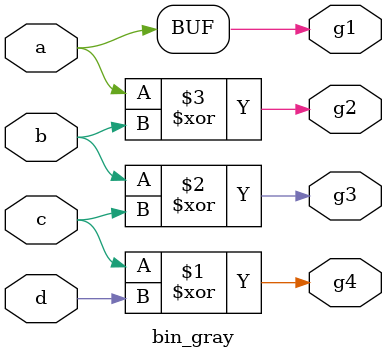
<source format=v>
module bin_gray(input a,
                input b,
                input c,
                input d,
                output g1,
                output g2,
                output g3,
                output g4);
  xor xor1(g4,c,d);
  xor xor2(g3,b,c);
  xor xor3(g2,a,b);
  buf buf1(g1,a);
endmodule

</source>
